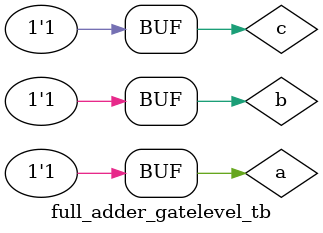
<source format=v>
module full_adder_gatelevel(a,b,c,s,co);
input a,b,c;
output s,co;
wire t1,t2,t3;
xor G1(t1,a,b);
and G2(t2,a,b);
xor G3(s,t1,c);
and G4(t3,t1,c);
or G5(co,t2,t3);
endmodule
//testbench
module full_adder_gatelevel_tb;
reg a,b,c;
wire s,co;
full_adder_gatelevel dut(a,b,c,s,co);
initial
begin
#10 a=1'b0;b=1'b0;c=1'b0;
#10 a=1'b0;b=1'b0;c=1'b1;
#10 a=1'b0;b=1'b1;c=1'b0;
#10 a=1'b0;b=1'b1;c=1'b1;
#10 a=1'b1;b=1'b0;c=1'b0;
#10 a=1'b1;b=1'b0;c=1'b1;
#10 a=1'b1;b=1'b1;c=1'b0;
#10 a=1'b1;b=1'b1;c=1'b1;
end
endmodule

</source>
